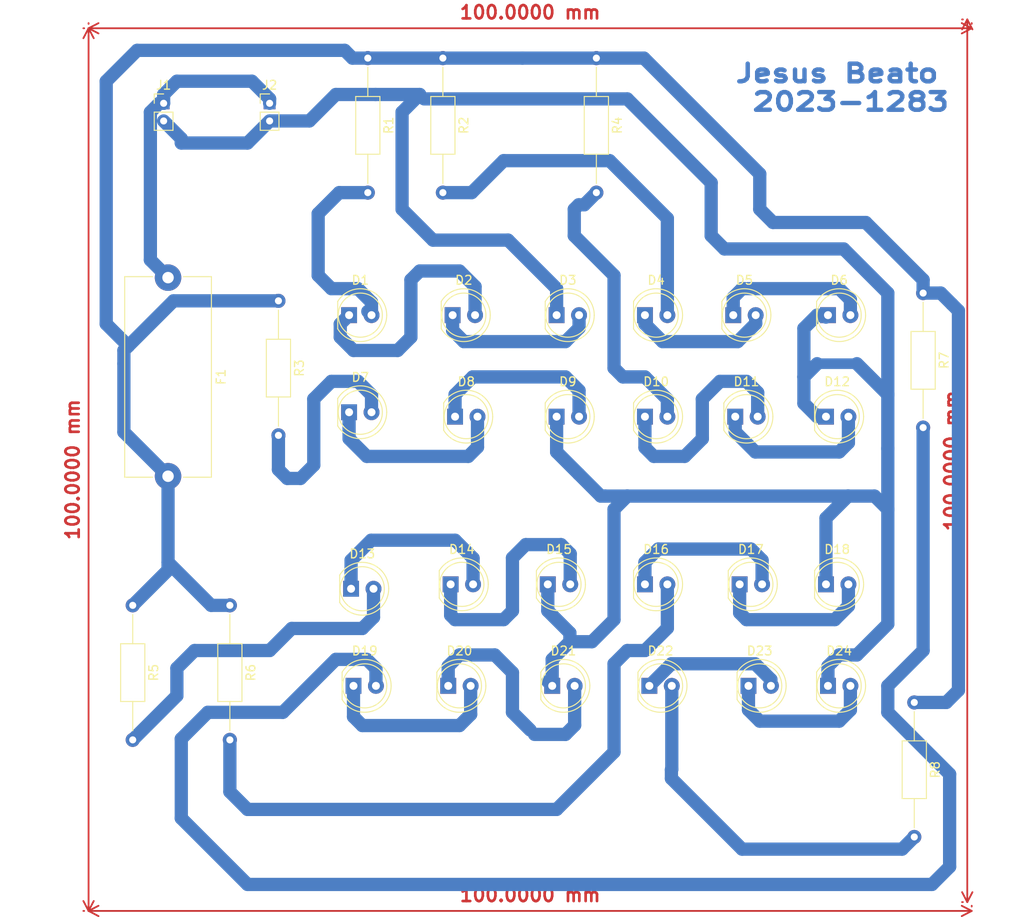
<source format=kicad_pcb>
(kicad_pcb (version 20240108) (generator "pcbnew") (generator_version "8.0")
  (layers (0 "F.Cu" signal) (31 "B.Cu" signal) (34 "B.Paste" user) (35 "F.Paste" user) (36 "B.SilkS" user "B.Silkscreen") (37 "F.SilkS" user "F.Silkscreen") (38 "B.Mask" user) (39 "F.Mask" user) (44 "Edge.Cuts" user))
  (net 0 "")
  (net 1 "/Fuse")
  (net 2 "Net-(D1-K)")
  (net 3 "Net-(D2-K)")
  (net 4 "Net-(D4-K)")
  (net 5 "Net-(D5-K)")
  (net 6 "Net-(D7-K)")
  (net 7 "Net-(D8-K)")
  (net 8 "Net-(D10-K)")
  (net 9 "Net-(D11-K)")
  (net 10 "Net-(D13-K)")
  (net 11 "Net-(D14-K)")
  (net 12 "Net-(D16-K)")
  (net 13 "Net-(D17-K)")
  (net 14 "Net-(D19-K)")
  (net 15 "Net-(D20-K)")
  (net 16 "Net-(D22-K)")
  (net 17 "Net-(D23-K)")
  (net 18 "+12V")
  (net 19 "GND")
  (net 20 "Net-(D1-A)")
  (net 21 "Net-(D4-A)")
  (net 22 "Net-(D7-A)")
  (net 23 "Net-(D10-A)")
  (net 24 "Net-(D13-A)")
  (net 25 "Net-(D16-A)")
  (net 26 "Net-(D19-A)")
  (net 27 "Net-(D22-A)")
  (footprint "LED_THT:LED_D5.0mm" (layer "F.Cu") (at 102.5 82)
    (property "Reference" "D3" (at 1.27 -3.96 0) (layer "F.SilkS"))
    (property "Value" "LED")
    (pad "1" thru_hole rect (at 0 0) (size 1.8 1.8) (drill 0.9) (layers "*.Cu" "*.Mask") (net 19 "GND"))
    (pad "2" thru_hole circle (at 2.54 0) (size 1.8 1.8) (drill 0.9) (layers "*.Cu" "*.Mask") (net 3 "Net-(D2-K)"))
  )
  (footprint "LED_THT:LED_D5.0mm" (layer "F.Cu") (at 102 124)
    (property "Reference" "D21" (at 1.27 -3.96 0) (layer "F.SilkS"))
    (property "Value" "LED")
    (pad "1" thru_hole rect (at 0 0) (size 1.8 1.8) (drill 0.9) (layers "*.Cu" "*.Mask") (net 19 "GND"))
    (pad "2" thru_hole circle (at 2.54 0) (size 1.8 1.8) (drill 0.9) (layers "*.Cu" "*.Mask") (net 15 "Net-(D20-K)"))
  )
  (footprint "LED_THT:LED_D5.0mm" (layer "F.Cu") (at 79 82)
    (property "Reference" "D1" (at 1.27 -3.96 0) (layer "F.SilkS"))
    (property "Value" "LED")
    (pad "1" thru_hole rect (at 0 0) (size 1.8 1.8) (drill 0.9) (layers "*.Cu" "*.Mask") (net 2 "Net-(D1-K)"))
    (pad "2" thru_hole circle (at 2.54 0) (size 1.8 1.8) (drill 0.9) (layers "*.Cu" "*.Mask") (net 20 "Net-(D1-A)"))
  )
  (footprint "LED_THT:LED_D5.0mm" (layer "F.Cu") (at 102.5 93.5)
    (property "Reference" "D9" (at 1.27 -3.96 0) (layer "F.SilkS"))
    (property "Value" "LED")
    (pad "1" thru_hole rect (at 0 0) (size 1.8 1.8) (drill 0.9) (layers "*.Cu" "*.Mask") (net 19 "GND"))
    (pad "2" thru_hole circle (at 2.54 0) (size 1.8 1.8) (drill 0.9) (layers "*.Cu" "*.Mask") (net 7 "Net-(D8-K)"))
  )
  (footprint "LED_THT:LED_D5.0mm" (layer "F.Cu") (at 122.5 82)
    (property "Reference" "D5" (at 1.27 -3.96 0) (layer "F.SilkS"))
    (property "Value" "LED")
    (pad "1" thru_hole rect (at 0 0) (size 1.8 1.8) (drill 0.9) (layers "*.Cu" "*.Mask") (net 5 "Net-(D5-K)"))
    (pad "2" thru_hole circle (at 2.54 0) (size 1.8 1.8) (drill 0.9) (layers "*.Cu" "*.Mask") (net 4 "Net-(D4-K)"))
  )
  (footprint "LED_THT:LED_D5.0mm" (layer "F.Cu") (at 112.5 93.5)
    (property "Reference" "D10" (at 1.27 -3.96 0) (layer "F.SilkS"))
    (property "Value" "LED")
    (pad "1" thru_hole rect (at 0 0) (size 1.8 1.8) (drill 0.9) (layers "*.Cu" "*.Mask") (net 8 "Net-(D10-K)"))
    (pad "2" thru_hole circle (at 2.54 0) (size 1.8 1.8) (drill 0.9) (layers "*.Cu" "*.Mask") (net 23 "Net-(D10-A)"))
  )
  (footprint "LED_THT:LED_D5.0mm" (layer "F.Cu") (at 101.5 112.5)
    (property "Reference" "D15" (at 1.27 -3.96 0) (layer "F.SilkS"))
    (property "Value" "LED")
    (pad "1" thru_hole rect (at 0 0) (size 1.8 1.8) (drill 0.9) (layers "*.Cu" "*.Mask") (net 19 "GND"))
    (pad "2" thru_hole circle (at 2.54 0) (size 1.8 1.8) (drill 0.9) (layers "*.Cu" "*.Mask") (net 11 "Net-(D14-K)"))
  )
  (footprint "LED_THT:LED_D5.0mm" (layer "F.Cu") (at 90.225 124)
    (property "Reference" "D20" (at 1.27 -3.96 0) (layer "F.SilkS"))
    (property "Value" "LED")
    (pad "1" thru_hole rect (at 0 0) (size 1.8 1.8) (drill 0.9) (layers "*.Cu" "*.Mask") (net 15 "Net-(D20-K)"))
    (pad "2" thru_hole circle (at 2.54 0) (size 1.8 1.8) (drill 0.9) (layers "*.Cu" "*.Mask") (net 14 "Net-(D19-K)"))
  )
  (footprint "Connector_PinHeader_2.00mm:PinHeader_1x02_P2.00mm_Vertical" (layer "F.Cu") (at 70 58)
    (property "Reference" "J2" (at 0 -2.06 0) (layer "F.SilkS"))
    (property "Value" "Conn_01x02")
    (pad "1" thru_hole rect (at 0 0) (size 1.35 1.35) (drill 0.8) (layers "*.Cu" "*.Mask") (net 18 "+12V"))
    (pad "2" thru_hole oval (at 0 2) (size 1.35 1.35) (drill 0.8) (layers "*.Cu" "*.Mask") (net 19 "GND"))
  )
  (footprint "LED_THT:LED_D5.0mm" (layer "F.Cu") (at 91 93.5)
    (property "Reference" "D8" (at 1.27 -3.96 0) (layer "F.SilkS"))
    (property "Value" "LED")
    (pad "1" thru_hole rect (at 0 0) (size 1.8 1.8) (drill 0.9) (layers "*.Cu" "*.Mask") (net 7 "Net-(D8-K)"))
    (pad "2" thru_hole circle (at 2.54 0) (size 1.8 1.8) (drill 0.9) (layers "*.Cu" "*.Mask") (net 6 "Net-(D7-K)"))
  )
  (footprint "Resistor_THT:R_Axial_DIN0207_L6.3mm_D2.5mm_P15.24mm_Horizontal" (layer "F.Cu") (at 65.5 114.88 -90)
    (property "Reference" "R6" (at 7.62 -2.37 90) (layer "F.SilkS"))
    (property "Value" "R")
    (pad "1" thru_hole circle (at 0 0 270) (size 1.6 1.6) (drill 0.8) (layers "*.Cu" "*.Mask") (net 1 "/Fuse"))
    (pad "2" thru_hole oval (at 15.24 0 270) (size 1.6 1.6) (drill 0.8) (layers "*.Cu" "*.Mask") (net 25 "Net-(D16-A)"))
  )
  (footprint "LED_THT:LED_D5.0mm" (layer "F.Cu") (at 122.725 93.5)
    (property "Reference" "D11" (at 1.27 -3.96 0) (layer "F.SilkS"))
    (property "Value" "LED")
    (pad "1" thru_hole rect (at 0 0) (size 1.8 1.8) (drill 0.9) (layers "*.Cu" "*.Mask") (net 9 "Net-(D11-K)"))
    (pad "2" thru_hole circle (at 2.54 0) (size 1.8 1.8) (drill 0.9) (layers "*.Cu" "*.Mask") (net 8 "Net-(D10-K)"))
  )
  (footprint "Connector_PinHeader_2.00mm:PinHeader_1x02_P2.00mm_Vertical" (layer "F.Cu") (at 58 58)
    (property "Reference" "J1" (at 0 -2.06 0) (layer "F.SilkS"))
    (property "Value" "Conn_01x02")
    (pad "1" thru_hole rect (at 0 0) (size 1.35 1.35) (drill 0.8) (layers "*.Cu" "*.Mask") (net 18 "+12V"))
    (pad "2" thru_hole oval (at 0 2) (size 1.35 1.35) (drill 0.8) (layers "*.Cu" "*.Mask") (net 19 "GND"))
  )
  (footprint "Resistor_THT:R_Axial_DIN0207_L6.3mm_D2.5mm_P15.24mm_Horizontal" (layer "F.Cu") (at 144 79.5 -90)
    (property "Reference" "R7" (at 7.62 -2.37 90) (layer "F.SilkS"))
    (property "Value" "R")
    (pad "1" thru_hole circle (at 0 0 270) (size 1.6 1.6) (drill 0.8) (layers "*.Cu" "*.Mask") (net 1 "/Fuse"))
    (pad "2" thru_hole oval (at 15.24 0 270) (size 1.6 1.6) (drill 0.8) (layers "*.Cu" "*.Mask") (net 26 "Net-(D19-A)"))
  )
  (footprint "LED_THT:LED_D5.0mm" (layer "F.Cu") (at 79 93)
    (property "Reference" "D7" (at 1.27 -3.96 0) (layer "F.SilkS"))
    (property "Value" "LED")
    (pad "1" thru_hole rect (at 0 0) (size 1.8 1.8) (drill 0.9) (layers "*.Cu" "*.Mask") (net 6 "Net-(D7-K)"))
    (pad "2" thru_hole circle (at 2.54 0) (size 1.8 1.8) (drill 0.9) (layers "*.Cu" "*.Mask") (net 22 "Net-(D7-A)"))
  )
  (footprint "Resistor_THT:R_Axial_DIN0207_L6.3mm_D2.5mm_P15.24mm_Horizontal" (layer "F.Cu") (at 107 52.88 -90)
    (property "Reference" "R4" (at 7.62 -2.37 90) (layer "F.SilkS"))
    (property "Value" "R")
    (pad "1" thru_hole circle (at 0 0 270) (size 1.6 1.6) (drill 0.8) (layers "*.Cu" "*.Mask") (net 1 "/Fuse"))
    (pad "2" thru_hole oval (at 15.24 0 270) (size 1.6 1.6) (drill 0.8) (layers "*.Cu" "*.Mask") (net 23 "Net-(D10-A)"))
  )
  (footprint "LED_THT:LED_D5.0mm" (layer "F.Cu") (at 133 93.5)
    (property "Reference" "D12" (at 1.27 -3.96 0) (layer "F.SilkS"))
    (property "Value" "LED")
    (pad "1" thru_hole rect (at 0 0) (size 1.8 1.8) (drill 0.9) (layers "*.Cu" "*.Mask") (net 19 "GND"))
    (pad "2" thru_hole circle (at 2.54 0) (size 1.8 1.8) (drill 0.9) (layers "*.Cu" "*.Mask") (net 9 "Net-(D11-K)"))
  )
  (footprint "LED_THT:LED_D5.0mm" (layer "F.Cu") (at 90.725 82)
    (property "Reference" "D2" (at 1.27 -3.96 0) (layer "F.SilkS"))
    (property "Value" "LED")
    (pad "1" thru_hole rect (at 0 0) (size 1.8 1.8) (drill 0.9) (layers "*.Cu" "*.Mask") (net 3 "Net-(D2-K)"))
    (pad "2" thru_hole circle (at 2.54 0) (size 1.8 1.8) (drill 0.9) (layers "*.Cu" "*.Mask") (net 2 "Net-(D1-K)"))
  )
  (footprint "LED_THT:LED_D5.0mm" (layer "F.Cu") (at 133.225 82)
    (property "Reference" "D6" (at 1.27 -3.96 0) (layer "F.SilkS"))
    (property "Value" "LED")
    (pad "1" thru_hole rect (at 0 0) (size 1.8 1.8) (drill 0.9) (layers "*.Cu" "*.Mask") (net 19 "GND"))
    (pad "2" thru_hole circle (at 2.54 0) (size 1.8 1.8) (drill 0.9) (layers "*.Cu" "*.Mask") (net 5 "Net-(D5-K)"))
  )
  (footprint "LED_THT:LED_D5.0mm" (layer "F.Cu") (at 112.5 112.5)
    (property "Reference" "D16" (at 1.27 -3.96 0) (layer "F.SilkS"))
    (property "Value" "LED")
    (pad "1" thru_hole rect (at 0 0) (size 1.8 1.8) (drill 0.9) (layers "*.Cu" "*.Mask") (net 12 "Net-(D16-K)"))
    (pad "2" thru_hole circle (at 2.54 0) (size 1.8 1.8) (drill 0.9) (layers "*.Cu" "*.Mask") (net 25 "Net-(D16-A)"))
  )
  (footprint "LED_THT:LED_D5.0mm" (layer "F.Cu") (at 112.5 82)
    (property "Reference" "D4" (at 1.27 -3.96 0) (layer "F.SilkS"))
    (property "Value" "LED")
    (pad "1" thru_hole rect (at 0 0) (size 1.8 1.8) (drill 0.9) (layers "*.Cu" "*.Mask") (net 4 "Net-(D4-K)"))
    (pad "2" thru_hole circle (at 2.54 0) (size 1.8 1.8) (drill 0.9) (layers "*.Cu" "*.Mask") (net 21 "Net-(D4-A)"))
  )
  (footprint "Resistor_THT:R_Axial_DIN0207_L6.3mm_D2.5mm_P15.24mm_Horizontal" (layer "F.Cu") (at 71 80.38 -90)
    (property "Reference" "R3" (at 7.62 -2.37 90) (layer "F.SilkS"))
    (property "Value" "R")
    (pad "1" thru_hole circle (at 0 0 270) (size 1.6 1.6) (drill 0.8) (layers "*.Cu" "*.Mask") (net 1 "/Fuse"))
    (pad "2" thru_hole oval (at 15.24 0 270) (size 1.6 1.6) (drill 0.8) (layers "*.Cu" "*.Mask") (net 22 "Net-(D7-A)"))
  )
  (footprint "LED_THT:LED_D5.0mm" (layer "F.Cu") (at 90.5 112.5)
    (property "Reference" "D14" (at 1.27 -3.96 0) (layer "F.SilkS"))
    (property "Value" "LED")
    (pad "1" thru_hole rect (at 0 0) (size 1.8 1.8) (drill 0.9) (layers "*.Cu" "*.Mask") (net 11 "Net-(D14-K)"))
    (pad "2" thru_hole circle (at 2.54 0) (size 1.8 1.8) (drill 0.9) (layers "*.Cu" "*.Mask") (net 10 "Net-(D13-K)"))
  )
  (footprint "Fuse:Fuseholder_Cylinder-5x20mm_Schurter_0031_8201_Horizontal_Open" (layer "F.Cu") (at 58.5 77.75 -90)
    (property "Reference" "F1" (at 11.25 -6 90) (layer "F.SilkS"))
    (property "Value" "Fuse")
    (pad "" np_thru_hole circle (at 11.25 0 270) (size 2.7 2.7) (drill 2.7) (layers "*.Cu" "*.Mask"))
    (pad "1" thru_hole circle (at 0 0 270) (size 3 3) (drill 1.3) (layers "*.Cu" "*.Mask") (net 18 "+12V"))
    (pad "2" thru_hole circle (at 22.5 0 270) (size 3 3) (drill 1.3) (layers "*.Cu" "*.Mask") (net 1 "/Fuse"))
  )
  (footprint "LED_THT:LED_D5.0mm" (layer "F.Cu") (at 124.225 124)
    (property "Reference" "D23" (at 1.27 -3.96 0) (layer "F.SilkS"))
    (property "Value" "LED")
    (pad "1" thru_hole rect (at 0 0) (size 1.8 1.8) (drill 0.9) (layers "*.Cu" "*.Mask") (net 17 "Net-(D23-K)"))
    (pad "2" thru_hole circle (at 2.54 0) (size 1.8 1.8) (drill 0.9) (layers "*.Cu" "*.Mask") (net 16 "Net-(D22-K)"))
  )
  (footprint "Resistor_THT:R_Axial_DIN0207_L6.3mm_D2.5mm_P15.24mm_Horizontal" (layer "F.Cu") (at 54.5 114.88 -90)
    (property "Reference" "R5" (at 7.62 -2.37 90) (layer "F.SilkS"))
    (property "Value" "R")
    (pad "1" thru_hole circle (at 0 0 270) (size 1.6 1.6) (drill 0.8) (layers "*.Cu" "*.Mask") (net 1 "/Fuse"))
    (pad "2" thru_hole oval (at 15.24 0 270) (size 1.6 1.6) (drill 0.8) (layers "*.Cu" "*.Mask") (net 24 "Net-(D13-A)"))
  )
  (footprint "Resistor_THT:R_Axial_DIN0207_L6.3mm_D2.5mm_P15.24mm_Horizontal" (layer "F.Cu") (at 143 125.88 -90)
    (property "Reference" "R8" (at 7.62 -2.37 90) (layer "F.SilkS"))
    (property "Value" "R")
    (pad "1" thru_hole circle (at 0 0 270) (size 1.6 1.6) (drill 0.8) (layers "*.Cu" "*.Mask") (net 1 "/Fuse"))
    (pad "2" thru_hole oval (at 15.24 0 270) (size 1.6 1.6) (drill 0.8) (layers "*.Cu" "*.Mask") (net 27 "Net-(D22-A)"))
  )
  (footprint "LED_THT:LED_D5.0mm" (layer "F.Cu") (at 123.225 112.5)
    (property "Reference" "D17" (at 1.27 -3.96 0) (layer "F.SilkS"))
    (property "Value" "LED")
    (pad "1" thru_hole rect (at 0 0) (size 1.8 1.8) (drill 0.9) (layers "*.Cu" "*.Mask") (net 13 "Net-(D17-K)"))
    (pad "2" thru_hole circle (at 2.54 0) (size 1.8 1.8) (drill 0.9) (layers "*.Cu" "*.Mask") (net 12 "Net-(D16-K)"))
  )
  (footprint "Resistor_THT:R_Axial_DIN0207_L6.3mm_D2.5mm_P15.24mm_Horizontal" (layer "F.Cu") (at 89.62 52.88 -90)
    (property "Reference" "R2" (at 7.62 -2.37 90) (layer "F.SilkS"))
    (property "Value" "R")
    (pad "1" thru_hole circle (at 0 0 270) (size 1.6 1.6) (drill 0.8) (layers "*.Cu" "*.Mask") (net 1 "/Fuse"))
    (pad "2" thru_hole oval (at 15.24 0 270) (size 1.6 1.6) (drill 0.8) (layers "*.Cu" "*.Mask") (net 21 "Net-(D4-A)"))
  )
  (footprint "LED_THT:LED_D5.0mm" (layer "F.Cu") (at 79.5 124)
    (property "Reference" "D19" (at 1.27 -3.96 0) (layer "F.SilkS"))
    (property "Value" "LED")
    (pad "1" thru_hole rect (at 0 0) (size 1.8 1.8) (drill 0.9) (layers "*.Cu" "*.Mask") (net 14 "Net-(D19-K)"))
    (pad "2" thru_hole circle (at 2.54 0) (size 1.8 1.8) (drill 0.9) (layers "*.Cu" "*.Mask") (net 26 "Net-(D19-A)"))
  )
  (footprint "Resistor_THT:R_Axial_DIN0207_L6.3mm_D2.5mm_P15.24mm_Horizontal" (layer "F.Cu") (at 81.12 52.88 -90)
    (property "Reference" "R1" (at 7.62 -2.37 90) (layer "F.SilkS"))
    (property "Value" "R")
    (pad "1" thru_hole circle (at 0 0 270) (size 1.6 1.6) (drill 0.8) (layers "*.Cu" "*.Mask") (net 1 "/Fuse"))
    (pad "2" thru_hole oval (at 15.24 0 270) (size 1.6 1.6) (drill 0.8) (layers "*.Cu" "*.Mask") (net 20 "Net-(D1-A)"))
  )
  (footprint "LED_THT:LED_D5.0mm" (layer "F.Cu") (at 113 124)
    (property "Reference" "D22" (at 1.27 -3.96 0) (layer "F.SilkS"))
    (property "Value" "LED")
    (pad "1" thru_hole rect (at 0 0) (size 1.8 1.8) (drill 0.9) (layers "*.Cu" "*.Mask") (net 16 "Net-(D22-K)"))
    (pad "2" thru_hole circle (at 2.54 0) (size 1.8 1.8) (drill 0.9) (layers "*.Cu" "*.Mask") (net 27 "Net-(D22-A)"))
  )
  (footprint "LED_THT:LED_D5.0mm" (layer "F.Cu") (at 133.225 124)
    (property "Reference" "D24" (at 1.27 -3.96 0) (layer "F.SilkS"))
    (property "Value" "LED")
    (pad "1" thru_hole rect (at 0 0) (size 1.8 1.8) (drill 0.9) (layers "*.Cu" "*.Mask") (net 19 "GND"))
    (pad "2" thru_hole circle (at 2.54 0) (size 1.8 1.8) (drill 0.9) (layers "*.Cu" "*.Mask") (net 17 "Net-(D23-K)"))
  )
  (footprint "LED_THT:LED_D5.0mm" (layer "F.Cu") (at 79.225 113)
    (property "Reference" "D13" (at 1.27 -3.96 0) (layer "F.SilkS"))
    (property "Value" "LED")
    (pad "1" thru_hole rect (at 0 0) (size 1.8 1.8) (drill 0.9) (layers "*.Cu" "*.Mask") (net 10 "Net-(D13-K)"))
    (pad "2" thru_hole circle (at 2.54 0) (size 1.8 1.8) (drill 0.9) (layers "*.Cu" "*.Mask") (net 24 "Net-(D13-A)"))
  )
  (footprint "LED_THT:LED_D5.0mm" (layer "F.Cu") (at 133 112.5)
    (property "Reference" "D18" (at 1.27 -3.96 0) (layer "F.SilkS"))
    (property "Value" "LED")
    (pad "1" thru_hole rect (at 0 0) (size 1.8 1.8) (drill 0.9) (layers "*.Cu" "*.Mask") (net 19 "GND"))
    (pad "2" thru_hole circle (at 2.54 0) (size 1.8 1.8) (drill 0.9) (layers "*.Cu" "*.Mask") (net 13 "Net-(D17-K)"))
  )
  (gr_text "Jesus Beato\n 2023-1283" (at 122.5 59 0) (layer "B.Cu") (effects (font (size 2 2.5) (thickness 0.5) (bold yes)) (justify left bottom)))
  (dimension (type aligned) (layer "F.Cu") (pts (xy 49.5 149.5) (xy 149.5 149.5)) (height 0) (gr_text "100.0000 mm" (at 99.5 147.7 0) (layer "F.Cu") (effects (font (size 1.5 1.5) (thickness 0.3)))) (format (prefix "") (suffix "") (units 3) (units_format 1) (precision 4)) (style (thickness 0.2) (arrow_length 1.27) (text_position_mode 0) (extension_height 0.58642) (extension_offset 0.5) keep_text_aligned))
  (dimension (type aligned) (layer "F.Cu") (pts (xy 149 148.5) (xy 149 48.5)) (height 0) (gr_text "100.0000 mm" (at 147.2 98.5 90) (layer "F.Cu") (effects (font (size 1.5 1.5) (thickness 0.3)))) (format (prefix "") (suffix "") (units 3) (units_format 1) (precision 4)) (style (thickness 0.2) (arrow_length 1.27) (text_position_mode 0) (extension_height 0.58642) (extension_offset 0.5) keep_text_aligned))
  (dimension (type aligned) (layer "F.Cu") (pts (xy 49.5 49.5) (xy 149.5 49.5)) (height 0) (gr_text "100.0000 mm" (at 99.5 47.7 0) (layer "F.Cu") (effects (font (size 1.5 1.5) (thickness 0.3)))) (format (prefix "") (suffix "") (units 3) (units_format 1) (precision 4)) (style (thickness 0.2) (arrow_length 1.27) (text_position_mode 0) (extension_height 0.58642) (extension_offset 0.5) keep_text_aligned))
  (dimension (type aligned) (layer "F.Cu") (pts (xy 49.5 149.5) (xy 49.5 49.5)) (height 0) (gr_text "100.0000 mm" (at 47.7 99.5 90) (layer "F.Cu") (effects (font (size 1.5 1.5) (thickness 0.3)))) (format (prefix "") (suffix "") (units 3) (units_format 1) (precision 4)) (style (thickness 0.2) (arrow_length 1.27) (text_position_mode 0) (extension_height 0.58642) (extension_offset 0.5) keep_text_aligned))
  (segment (start 148 124.5) (end 148 81.5) (width 1.5) (layer "B.Cu") (net 1))
  (segment (start 143 125.88) (end 146.62 125.88) (width 1.5) (layer "B.Cu") (net 1))
  (segment (start 54 85.5) (end 53.5 86) (width 1.5) (layer "B.Cu") (net 1))
  (segment (start 58.5 110) (end 58.5 110.88) (width 1.5) (layer "B.Cu") (net 1))
  (segment (start 147.25 80.75) (end 146 79.5) (width 1.5) (layer "B.Cu") (net 1))
  (segment (start 127 71.5) (end 125.5 70) (width 1.5) (layer "B.Cu") (net 1))
  (segment (start 58.5 110.88) (end 54.5 114.88) (width 1.5) (layer "B.Cu") (net 1))
  (segment (start 137.5 71.5) (end 127 71.5) (width 1.5) (layer "B.Cu") (net 1))
  (segment (start 125.5 66) (end 112.38 52.88) (width 1.5) (layer "B.Cu") (net 1))
  (segment (start 78.5 52) (end 79.38 52.88) (width 1.5) (layer "B.Cu") (net 1))
  (segment (start 51.5 83) (end 51.5 55.5) (width 1.5) (layer "B.Cu") (net 1))
  (segment (start 53.5 86) (end 53.5 87.5) (width 1.5) (layer "B.Cu") (net 1))
  (segment (start 55 52) (end 78.5 52) (width 1.5) (layer "B.Cu") (net 1))
  (segment (start 59.12 80.38) (end 54 85.5) (width 1.5) (layer "B.Cu") (net 1))
  (segment (start 54 85.5) (end 51.5 83) (width 1.5) (layer "B.Cu") (net 1))
  (segment (start 144 79.5) (end 144 78) (width 1.5) (layer "B.Cu") (net 1))
  (segment (start 63.38 114.88) (end 58.5 110) (width 1.5) (layer "B.Cu") (net 1))
  (segment (start 53.5 87.5) (end 53.5 95.25) (width 1.5) (layer "B.Cu") (net 1))
  (segment (start 65.5 114.88) (end 63.38 114.88) (width 1.5) (layer "B.Cu") (net 1))
  (segment (start 148 81.5) (end 147.25 80.75) (width 1.5) (layer "B.Cu") (net 1))
  (segment (start 112.38 52.88) (end 107 52.88) (width 1.5) (layer "B.Cu") (net 1))
  (segment (start 144 78) (end 137.5 71.5) (width 1.5) (layer "B.Cu") (net 1))
  (segment (start 146 79.5) (end 144 79.5) (width 1.5) (layer "B.Cu") (net 1))
  (segment (start 79.38 52.88) (end 81.12 52.88) (width 1.5) (layer "B.Cu") (net 1))
  (segment (start 98.62 52.88) (end 107 52.88) (width 1.5) (layer "B.Cu") (net 1))
  (segment (start 81.12 52.88) (end 89.62 52.88) (width 1.5) (layer "B.Cu") (net 1))
  (segment (start 51.5 55.5) (end 55 52) (width 1.5) (layer "B.Cu") (net 1))
  (segment (start 58.5 100.25) (end 58.5 110) (width 1.5) (layer "B.Cu") (net 1))
  (segment (start 146.62 125.88) (end 148 124.5) (width 1.5) (layer "B.Cu") (net 1))
  (segment (start 71 80.38) (end 59.12 80.38) (width 1.5) (layer "B.Cu") (net 1))
  (segment (start 89.62 52.88) (end 98.62 52.88) (width 1.5) (layer "B.Cu") (net 1))
  (segment (start 53.5 95.25) (end 58.5 100.25) (width 1.5) (layer "B.Cu") (net 1))
  (segment (start 125.5 70) (end 125.5 66) (width 1.5) (layer "B.Cu") (net 1))
  (segment (start 86 78) (end 87 77) (width 1.5) (layer "B.Cu") (net 2))
  (segment (start 79.5 86) (end 84.5 86) (width 1.5) (layer "B.Cu") (net 2))
  (segment (start 87 77) (end 91.5 77) (width 1.5) (layer "B.Cu") (net 2))
  (segment (start 84.5 86) (end 86 84.5) (width 1.5) (layer "B.Cu") (net 2))
  (segment (start 86 84.5) (end 86 78) (width 1.5) (layer "B.Cu") (net 2))
  (segment (start 78 83) (end 78 84.5) (width 1.5) (layer "B.Cu") (net 2))
  (segment (start 93.265 78.765) (end 93.265 82) (width 1.5) (layer "B.Cu") (net 2))
  (segment (start 91.5 77) (end 93.265 78.765) (width 1.5) (layer "B.Cu") (net 2))
  (segment (start 79 82) (end 78 83) (width 1.5) (layer "B.Cu") (net 2))
  (segment (start 78 84.5) (end 79.5 86) (width 1.5) (layer "B.Cu") (net 2))
  (segment (start 90.725 82) (end 90.725 83.725) (width 1.5) (layer "B.Cu") (net 3))
  (segment (start 103.5 85) (end 105.04 83.46) (width 1.5) (layer "B.Cu") (net 3))
  (segment (start 90.725 83.725) (end 92 85) (width 1.5) (layer "B.Cu") (net 3))
  (segment (start 105.04 83.46) (end 105.04 82) (width 1.5) (layer "B.Cu") (net 3))
  (segment (start 92 85) (end 103.5 85) (width 1.5) (layer "B.Cu") (net 3))
  (segment (start 123 85) (end 125.04 82.96) (width 1.5) (layer "B.Cu") (net 4))
  (segment (start 112.5 83) (end 114.5 85) (width 1.5) (layer "B.Cu") (net 4))
  (segment (start 125.04 82.96) (end 125.04 82) (width 1.5) (layer "B.Cu") (net 4))
  (segment (start 114.5 85) (end 123 85) (width 1.5) (layer "B.Cu") (net 4))
  (segment (start 112.5 82) (end 112.5 83) (width 1.5) (layer "B.Cu") (net 4))
  (segment (start 135.765 80.265) (end 135.765 82) (width 1.5) (layer "B.Cu") (net 5))
  (segment (start 123.5 79) (end 134.5 79) (width 1.5) (layer "B.Cu") (net 5))
  (segment (start 122.5 82) (end 122.5 80) (width 1.5) (layer "B.Cu") (net 5))
  (segment (start 134.5 79) (end 135.765 80.265) (width 1.5) (layer "B.Cu") (net 5))
  (segment (start 122.5 80) (end 123.5 79) (width 1.5) (layer "B.Cu") (net 5))
  (segment (start 92.5 98) (end 81 98) (width 1.5) (layer "B.Cu") (net 6))
  (segment (start 93.54 93.5) (end 93.54 96.96) (width 1.5) (layer "B.Cu") (net 6))
  (segment (start 93.54 96.96) (end 92.5 98) (width 1.5) (layer "B.Cu") (net 6))
  (segment (start 81 98) (end 79 96) (width 1.5) (layer "B.Cu") (net 6))
  (segment (start 79 96) (end 79 93) (width 1.5) (layer "B.Cu") (net 6))
  (segment (start 91 91) (end 93 89) (width 1.5) (layer "B.Cu") (net 7))
  (segment (start 103.5 89) (end 105.04 90.54) (width 1.5) (layer "B.Cu") (net 7))
  (segment (start 105.04 90.54) (end 105.04 93.5) (width 1.5) (layer "B.Cu") (net 7))
  (segment (start 93 89) (end 103.5 89) (width 1.5) (layer "B.Cu") (net 7))
  (segment (start 91 93.5) (end 91 91) (width 1.5) (layer "B.Cu") (net 7))
  (segment (start 119 91.5) (end 119 96) (width 1.5) (layer "B.Cu") (net 8))
  (segment (start 121 89.5) (end 119 91.5) (width 1.5) (layer "B.Cu") (net 8))
  (segment (start 125.265 93.5) (end 125.265 90.765) (width 1.5) (layer "B.Cu") (net 8))
  (segment (start 125.265 90.765) (end 124 89.5) (width 1.5) (layer "B.Cu") (net 8))
  (segment (start 117 98) (end 113.5 98) (width 1.5) (layer "B.Cu") (net 8))
  (segment (start 119 96) (end 117 98) (width 1.5) (layer "B.Cu") (net 8))
  (segment (start 112.5 97) (end 112.5 93.5) (width 1.5) (layer "B.Cu") (net 8))
  (segment (start 124 89.5) (end 121 89.5) (width 1.5) (layer "B.Cu") (net 8))
  (segment (start 113.5 98) (end 112.5 97) (width 1.5) (layer "B.Cu") (net 8))
  (segment (start 125 97.5) (end 122.725 95.225) (width 1.5) (layer "B.Cu") (net 9))
  (segment (start 122.725 95.225) (end 122.725 93.5) (width 1.5) (layer "B.Cu") (net 9))
  (segment (start 135.54 96.46) (end 134.5 97.5) (width 1.5) (layer "B.Cu") (net 9))
  (segment (start 135.54 93.5) (end 135.54 96.46) (width 1.5) (layer "B.Cu") (net 9))
  (segment (start 134.5 97.5) (end 125 97.5) (width 1.5) (layer "B.Cu") (net 9))
  (segment (start 79.225 109.775) (end 81.5 107.5) (width 1.5) (layer "B.Cu") (net 10))
  (segment (start 79.225 113) (end 79.225 109.775) (width 1.5) (layer "B.Cu") (net 10))
  (segment (start 81.5 107.5) (end 91 107.5) (width 1.5) (layer "B.Cu") (net 10))
  (segment (start 91 107.5) (end 93.04 109.54) (width 1.5) (layer "B.Cu") (net 10))
  (segment (start 93.04 109.54) (end 93.04 112.5) (width 1.5) (layer "B.Cu") (net 10))
  (segment (start 90.5 116) (end 91 116.5) (width 1.5) (layer "B.Cu") (net 11))
  (segment (start 97.5 109.5) (end 99 108) (width 1.5) (layer "B.Cu") (net 11))
  (segment (start 91 116.5) (end 96.5 116.5) (width 1.5) (layer "B.Cu") (net 11))
  (segment (start 96.5 116.5) (end 97.5 115.5) (width 1.5) (layer "B.Cu") (net 11))
  (segment (start 99 108) (end 103 108) (width 1.5) (layer "B.Cu") (net 11))
  (segment (start 97.5 115.5) (end 97.5 109.5) (width 1.5) (layer "B.Cu") (net 11))
  (segment (start 90.5 112.5) (end 90.5 116) (width 1.5) (layer "B.Cu") (net 11))
  (segment (start 104.04 109.04) (end 104.04 112.5) (width 1.5) (layer "B.Cu") (net 11))
  (segment (start 103 108) (end 104.04 109.04) (width 1.5) (layer "B.Cu") (net 11))
  (segment (start 124.5 108.5) (end 125.765 109.765) (width 1.5) (layer "B.Cu") (net 12))
  (segment (start 112.5 110) (end 114 108.5) (width 1.5) (layer "B.Cu") (net 12))
  (segment (start 112.5 112.5) (end 112.5 110) (width 1.5) (layer "B.Cu") (net 12))
  (segment (start 125.765 109.765) (end 125.765 112.5) (width 1.5) (layer "B.Cu") (net 12))
  (segment (start 114 108.5) (end 124.5 108.5) (width 1.5) (layer "B.Cu") (net 12))
  (segment (start 134 116.5) (end 135.54 114.96) (width 1.5) (layer "B.Cu") (net 13))
  (segment (start 123.225 112.5) (end 123.225 115.725) (width 1.5) (layer "B.Cu") (net 13))
  (segment (start 135.54 114.96) (end 135.54 112.5) (width 1.5) (layer "B.Cu") (net 13))
  (segment (start 123.225 115.725) (end 124 116.5) (width 1.5) (layer "B.Cu") (net 13))
  (segment (start 124 116.5) (end 134 116.5) (width 1.5) (layer "B.Cu") (net 13))
  (segment (start 92.765 127.235) (end 91.5 128.5) (width 1.5) (layer "B.Cu") (net 14))
  (segment (start 91.5 128.5) (end 80.5 128.5) (width 1.5) (layer "B.Cu") (net 14))
  (segment (start 79.5 127.5) (end 79.5 124) (width 1.5) (layer "B.Cu") (net 14))
  (segment (start 80.5 128.5) (end 79.5 127.5) (width 1.5) (layer "B.Cu") (net 14))
  (segment (start 92.765 124) (end 92.765 127.235) (width 1.5) (layer "B.Cu") (net 14))
  (segment (start 104.54 128.46) (end 104.54 124) (width 1.5) (layer "B.Cu") (net 15))
  (segment (start 90.225 121.775) (end 91.5 120.5) (width 1.5) (layer "B.Cu") (net 15))
  (segment (start 99.5 129) (end 100 129.5) (width 1.2) (layer "B.Cu") (net 15))
  (segment (start 100 129.5) (end 103.5 129.5) (width 1.5) (layer "B.Cu") (net 15))
  (segment (start 97.5 127) (end 99.5 129) (width 1.5) (layer "B.Cu") (net 15))
  (segment (start 103.5 129.5) (end 104.54 128.46) (width 1.5) (layer "B.Cu") (net 15))
  (segment (start 91.5 120.5) (end 95.5 120.5) (width 1.5) (layer "B.Cu") (net 15))
  (segment (start 97.5 122.5) (end 97.5 127) (width 1.5) (layer "B.Cu") (net 15))
  (segment (start 95.5 120.5) (end 97.5 122.5) (width 1.5) (layer "B.Cu") (net 15))
  (segment (start 90.225 124) (end 90.225 121.775) (width 1.5) (layer "B.Cu") (net 15))
  (segment (start 124.975 121.5) (end 115.5 121.5) (width 1.5) (layer "B.Cu") (net 16))
  (segment (start 115.5 121.5) (end 113 124) (width 1.5) (layer "B.Cu") (net 16))
  (segment (start 126.765 123.29) (end 124.975 121.5) (width 1.5) (layer "B.Cu") (net 16))
  (segment (start 126.765 124) (end 126.765 123.29) (width 1.5) (layer "B.Cu") (net 16))
  (segment (start 124.225 126.725) (end 125.5 128) (width 1.5) (layer "B.Cu") (net 17))
  (segment (start 125.5 128) (end 134.5 128) (width 1.5) (layer "B.Cu") (net 17))
  (segment (start 124.225 124) (end 124.225 126.725) (width 1.5) (layer "B.Cu") (net 17))
  (segment (start 135.765 126.735) (end 135.765 124) (width 1.5) (layer "B.Cu") (net 17))
  (segment (start 134.5 128) (end 135.765 126.735) (width 1.5) (layer "B.Cu") (net 17))
  (segment (start 58 57) (end 59.5 55.5) (width 1.5) (layer "B.Cu") (net 18))
  (segment (start 70 57.5) (end 70 58) (width 1.5) (layer "B.Cu") (net 18))
  (segment (start 57.5 58) (end 56.5 59) (width 1.5) (layer "B.Cu") (net 18))
  (segment (start 58 58) (end 57.5 58) (width 1.5) (layer "B.Cu") (net 18))
  (segment (start 56.5 75.75) (end 58.5 77.75) (width 1.5) (layer "B.Cu") (net 18))
  (segment (start 68 55.5) (end 70 57.5) (width 1.5) (layer "B.Cu") (net 18))
  (segment (start 56.5 59) (end 56.5 75.75) (width 1.5) (layer "B.Cu") (net 18))
  (segment (start 58 58) (end 58 57) (width 1.5) (layer "B.Cu") (net 18))
  (segment (start 59.5 55.5) (end 68 55.5) (width 1.5) (layer "B.Cu") (net 18))
  (segment (start 133.225 121.775) (end 133.225 124) (width 1.5) (layer "B.Cu") (net 19))
  (segment (start 88.5 73.5) (end 85 70) (width 1.5) (layer "B.Cu") (net 19))
  (segment (start 135.5 102.5) (end 138.5 102.5) (width 1.5) (layer "B.Cu") (net 19))
  (segment (start 87.5 57.5) (end 87 57) (width 1.2) (layer "B.Cu") (net 19))
  (segment (start 140 79.5) (end 135 74.5) (width 1.5) (layer "B.Cu") (net 19))
  (segment (start 140 117) (end 136.5 120.5) (width 1.5) (layer "B.Cu") (net 19))
  (segment (start 120 67) (end 110.5 57.5) (width 1.5) (layer "B.Cu") (net 19))
  (segment (start 132 87.5) (end 136.5 87.5) (width 1.2) (layer "B.Cu") (net 19))
  (segment (start 102.5 82) (end 102.5 79) (width 1.5) (layer "B.Cu") (net 19))
  (segment (start 109 116.5) (end 109 104) (width 1.5) (layer "B.Cu") (net 19))
  (segment (start 104 118) (end 101.5 115.5) (width 1.5) (layer "B.Cu") (net 19))
  (segment (start 108 102.5) (end 107.5 102.5) (width 1.5) (layer "B.Cu") (net 19))
  (segment (start 132 82) (end 133.225 82) (width 1.5) (layer "B.Cu") (net 19))
  (segment (start 133 112.5) (end 133 105) (width 1.5) (layer "B.Cu") (net 19))
  (segment (start 67.5 62.5) (end 70 60) (width 1.5) (layer "B.Cu") (net 19))
  (segment (start 77.5 57) (end 74.5 60) (width 1.5) (layer "B.Cu") (net 19))
  (segment (start 138.5 102.5) (end 140 104) (width 1.5) (layer "B.Cu") (net 19))
  (segment (start 132 93.5) (end 130.5 92) (width 1.5) (layer "B.Cu") (net 19))
  (segment (start 134.5 120.5) (end 133.225 121.775) (width 1.5) (layer "B.Cu") (net 19))
  (segment (start 110.5 57.5) (end 87.5 57.5) (width 1.5) (layer "B.Cu") (net 19))
  (segment (start 135 74.5) (end 121.5 74.5) (width 1.5) (layer "B.Cu") (net 19))
  (segment (start 140 91) (end 140 79.5) (width 1.5) (layer "B.Cu") (net 19))
  (segment (start 106.5 119) (end 109 116.5) (width 1.5) (layer "B.Cu") (net 19))
  (segment (start 140 97.113654) (end 140 91) (width 1.5) (layer "B.Cu") (net 19))
  (segment (start 82 57) (end 77.5 57) (width 1.5) (layer "B.Cu") (net 19))
  (segment (start 102 121) (end 104 119) (width 1.5) (layer "B.Cu") (net 19))
  (segment (start 102.5 97.5) (end 105 100) (width 1.5) (layer "B.Cu") (net 19))
  (segment (start 108 102.5) (end 110.5 102.5) (width 1.5) (layer "B.Cu") (net 19))
  (segment (start 85 59) (end 87 57) (width 1.5) (layer "B.Cu") (net 19))
  (segment (start 120 73) (end 120 67) (width 1.5) (layer "B.Cu") (net 19))
  (segment (start 101.5 115.5) (end 101.5 112.5) (width 1.5) (layer "B.Cu") (net 19))
  (segment (start 136.5 120.5) (end 134.5 120.5) (width 1.5) (layer "B.Cu") (net 19))
  (segment (start 121.5 74.5) (end 120 73) (width 1.5) (layer "B.Cu") (net 19))
  (segment (start 140 104) (end 140 117) (width 1.5) (layer "B.Cu") (net 19))
  (segment (start 133 93.5) (end 132 93.5) (width 1.5) (layer "B.Cu") (net 19))
  (segment (start 140 97.113654) (end 140 104) (width 1.5) (layer "B.Cu") (net 19))
  (segment (start 74.5 60) (end 70 60) (width 1.5) (layer "B.Cu") (net 19))
  (segment (start 85 70) (end 85 59) (width 1.5) (layer "B.Cu") (net 19))
  (segment (start 133 105) (end 135.5 102.5) (width 1.5) (layer "B.Cu") (net 19))
  (segment (start 60 62) (end 60 62.5) (width 1.5) (layer "B.Cu") (net 19))
  (segment (start 58 60) (end 60 62) (width 1.5) (layer "B.Cu") (net 19))
  (segment (start 102 124) (end 102 121) (width 1.5) (layer "B.Cu") (net 19))
  (segment (start 109 104) (end 110.5 102.5) (width 1.5) (layer "B.Cu") (net 19))
  (segment (start 136.5 87.5) (end 140 91) (width 1.5) (layer "B.Cu") (net 19))
  (segment (start 133 82.225) (end 133.225 82) (width 1.5) (layer "B.Cu") (net 19))
  (segment (start 130.5 83.5) (end 132 82) (width 1.5) (layer "B.Cu") (net 19))
  (segment (start 101.5 123.5) (end 102 124) (width 1.5) (layer "B.Cu") (net 19))
  (segment (start 102.5 79) (end 97 73.5) (width 1.5) (layer "B.Cu") (net 19))
  (segment (start 130.5 89) (end 132 87.5) (width 1.5) (layer "B.Cu") (net 19))
  (segment (start 130.5 92) (end 130.5 89) (width 1.5) (layer "B.Cu") (net 19))
  (segment (start 97 73.5) (end 88.5 73.5) (width 1.5) (layer "B.Cu") (net 19))
  (segment (start 104 119) (end 106.5 119) (width 1.5) (layer "B.Cu") (net 19))
  (segment (start 60 62.5) (end 67.5 62.5) (width 1.5) (layer "B.Cu") (net 19))
  (segment (start 110.5 102.5) (end 135.5 102.5) (width 1.5) (layer "B.Cu") (net 19))
  (segment (start 102.5 93.5) (end 102.5 97.5) (width 1.5) (layer "B.Cu") (net 19))
  (segment (start 104 119) (end 104 118) (width 1.5) (layer "B.Cu") (net 19))
  (segment (start 130.5 89) (end 130.5 83.5) (width 1.5) (layer "B.Cu") (net 19))
  (segment (start 87 57) (end 82 57) (width 1.5) (layer "B.Cu") (net 19))
  (segment (start 107.5 102.5) (end 105 100) (width 1.5) (layer "B.Cu") (net 19))
  (segment (start 75.5 77.5) (end 75.5 70.5) (width 1.5) (layer "B.Cu") (net 20))
  (segment (start 75.5 70.5) (end 77.88 68.12) (width 1.5) (layer "B.Cu") (net 20))
  (segment (start 77.88 68.12) (end 81.12 68.12) (width 1.5) (layer "B.Cu") (net 20))
  (segment (start 81.54 82) (end 81.54 80.54) (width 1.5) (layer "B.Cu") (net 20))
  (segment (start 81.12 81.58) (end 81.54 82) (width 1.5) (layer "B.Cu") (net 20))
  (segment (start 77 79) (end 75.5 77.5) (width 1.5) (layer "B.Cu") (net 20))
  (segment (start 80 79) (end 77 79) (width 1.5) (layer "B.Cu") (net 20))
  (segment (start 81.54 80.54) (end 80 79) (width 1.5) (layer "B.Cu") (net 20))
  (segment (start 96.5 64.5) (end 108.5 64.5) (width 1.5) (layer "B.Cu") (net 21))
  (segment (start 89.62 68.12) (end 92.88 68.12) (width 1.5) (layer "B.Cu") (net 21))
  (segment (start 108.5 64.5) (end 115.04 71.04) (width 1.5) (layer "B.Cu") (net 21))
  (segment (start 115.04 71.04) (end 115.04 82) (width 1.5) (layer "B.Cu") (net 21))
  (segment (start 92.88 68.12) (end 96.5 64.5) (width 1.5) (layer "B.Cu") (net 21))
  (segment (start 71 95.62) (end 71 99.5) (width 1.5) (layer "B.Cu") (net 22))
  (segment (start 73.5 100.5) (end 75 99) (width 1.5) (layer "B.Cu") (net 22))
  (segment (start 77 89.5) (end 80 89.5) (width 1.5) (layer "B.Cu") (net 22))
  (segment (start 71 99.5) (end 72 100.5) (width 1.5) (layer "B.Cu") (net 22))
  (segment (start 75 99) (end 75 91.5) (width 1.5) (layer "B.Cu") (net 22))
  (segment (start 72 100.5) (end 73.5 100.5) (width 1.5) (layer "B.Cu") (net 22))
  (segment (start 81.54 91.04) (end 81.54 93) (width 1.5) (layer "B.Cu") (net 22))
  (segment (start 80 89.5) (end 81.54 91.04) (width 1.5) (layer "B.Cu") (net 22))
  (segment (start 75 91.5) (end 77 89.5) (width 1.5) (layer "B.Cu") (net 22))
  (segment (start 104.5 70) (end 105 69.5) (width 1.5) (layer "B.Cu") (net 23))
  (segment (start 104.5 73) (end 104.5 70) (width 1.5) (layer "B.Cu") (net 23))
  (segment (start 109 77.5) (end 104.5 73) (width 1.5) (layer "B.Cu") (net 23))
  (segment (start 112.5 89) (end 110 89) (width 1.5) (layer "B.Cu") (net 23))
  (segment (start 105.62 69.5) (end 107 68.12) (width 1.5) (layer "B.Cu") (net 23))
  (segment (start 109 88) (end 109 77.5) (width 1.5) (layer "B.Cu") (net 23))
  (segment (start 105 69.5) (end 105.62 69.5) (width 1.5) (layer "B.Cu") (net 23))
  (segment (start 115.04 93.5) (end 115.04 91.54) (width 1.5) (layer "B.Cu") (net 23))
  (segment (start 110 89) (end 109 88) (width 1.5) (layer "B.Cu") (net 23))
  (segment (start 115.04 91.54) (end 112.5 89) (width 1.5) (layer "B.Cu") (net 23))
  (segment (start 81.765 116.235) (end 81.765 113) (width 1.5) (layer "B.Cu") (net 24))
  (segment (start 54.5 130.12) (end 59.5 125.12) (width 1.5) (layer "B.Cu") (net 24))
  (segment (start 80.5 117.5) (end 81.765 116.235) (width 1.5) (layer "B.Cu") (net 24))
  (segment (start 59.5 122) (end 61.5 120) (width 1.5) (layer "B.Cu") (net 24))
  (segment (start 70 120) (end 72.5 117.5) (width 1.5) (layer "B.Cu") (net 24))
  (segment (start 59.5 125.12) (end 59.5 122) (width 1.5) (layer "B.Cu") (net 24))
  (segment (start 61.5 120) (end 70 120) (width 1.5) (layer "B.Cu") (net 24))
  (segment (start 72.5 117.5) (end 80.5 117.5) (width 1.5) (layer "B.Cu") (net 24))
  (segment (start 110.5 120) (end 112.5 120) (width 1.5) (layer "B.Cu") (net 25))
  (segment (start 65.5 130.12) (end 65.5 136) (width 1.5) (layer "B.Cu") (net 25))
  (segment (start 109 131.5) (end 109 121.5) (width 1.5) (layer "B.Cu") (net 25))
  (segment (start 115.04 117.46) (end 115.04 112.5) (width 1.5) (layer "B.Cu") (net 25))
  (segment (start 65.5 136) (end 67.5 138) (width 1.5) (layer "B.Cu") (net 25))
  (segment (start 112.5 120) (end 115.04 117.46) (width 1.5) (layer "B.Cu") (net 25))
  (segment (start 102.5 138) (end 109 131.5) (width 1.5) (layer "B.Cu") (net 25))
  (segment (start 67.5 138) (end 102.5 138) (width 1.5) (layer "B.Cu") (net 25))
  (segment (start 109 121.5) (end 110.5 120) (width 1.5) (layer "B.Cu") (net 25))
  (segment (start 71.5 127) (end 63 127) (width 1.5) (layer "B.Cu") (net 26))
  (segment (start 147 134) (end 140 127) (width 1.5) (layer "B.Cu") (net 26))
  (segment (start 60 130) (end 60 139) (width 1.5) (layer "B.Cu") (net 26))
  (segment (start 67.5 146.5) (end 145 146.5) (width 1.5) (layer "B.Cu") (net 26))
  (segment (start 140 127) (end 140 124) (width 1.5) (layer "B.Cu") (net 26))
  (segment (start 82.04 124) (end 82.04 122.04) (width 1.5) (layer "B.Cu") (net 26))
  (segment (start 140 124) (end 144 120) (width 1.5) (layer "B.Cu") (net 26))
  (segment (start 63 127) (end 60 130) (width 1.5) (layer "B.Cu") (net 26))
  (segment (start 144 120) (end 144 94.74) (width 1.5) (layer "B.Cu") (net 26))
  (segment (start 145 146.5) (end 147 144.5) (width 1.5) (layer "B.Cu") (net 26))
  (segment (start 81 121) (end 77.5 121) (width 1.5) (layer "B.Cu") (net 26))
  (segment (start 147 144.5) (end 147 134) (width 1.5) (layer "B.Cu") (net 26))
  (segment (start 77.5 121) (end 71.5 127) (width 1.5) (layer "B.Cu") (net 26))
  (segment (start 60 139) (end 67.5 146.5) (width 1.5) (layer "B.Cu") (net 26))
  (segment (start 82.04 122.04) (end 81 121) (width 1.5) (layer "B.Cu") (net 26))
  (segment (start 123.5 142.5) (end 115.5 134.5) (width 1.5) (layer "B.Cu") (net 27))
  (segment (start 115.54 133.46) (end 115.54 124) (width 1.5) (layer "B.Cu") (net 27))
  (segment (start 115.5 133.5) (end 115.54 133.46) (width 1.5) (layer "B.Cu") (net 27))
  (segment (start 115.5 134.5) (end 115.5 133.5) (width 1.5) (layer "B.Cu") (net 27))
  (segment (start 141.62 142.5) (end 123.5 142.5) (width 1.5) (layer "B.Cu") (net 27))
  (segment (start 143 141.12) (end 141.62 142.5) (width 1.5) (layer "B.Cu") (net 27))
)
</source>
